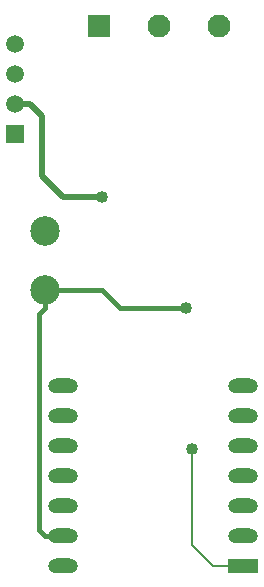
<source format=gbl>
G04*
G04 #@! TF.GenerationSoftware,Altium Limited,Altium Designer,19.1.8 (144)*
G04*
G04 Layer_Physical_Order=2*
G04 Layer_Color=16711680*
%FSLAX44Y44*%
%MOMM*%
G71*
G01*
G75*
%ADD14C,0.2032*%
%ADD46C,0.3810*%
%ADD47C,0.5080*%
%ADD50C,1.9500*%
%ADD51R,1.9500X1.9500*%
%ADD52O,2.5400X1.2700*%
%ADD53R,2.5400X1.2700*%
%ADD54R,1.5000X1.5000*%
%ADD55C,1.5000*%
%ADD56C,2.5000*%
%ADD57C,1.0160*%
D14*
X190500Y33020D02*
X208280Y15240D01*
X190500Y33020D02*
Y114300D01*
X208280Y15240D02*
X233680D01*
D46*
X129540Y233680D02*
X185166D01*
X114554Y248666D02*
X129540Y233680D01*
X66040Y248666D02*
X114554D01*
X66040Y40640D02*
X81280D01*
X60960Y45720D02*
X66040Y40640D01*
X60960Y45720D02*
Y228600D01*
X66040Y233680D01*
Y248666D01*
D47*
X81280Y327660D02*
X114300D01*
X63500Y345440D02*
X81280Y327660D01*
X63500Y345440D02*
Y396240D01*
X53340Y406400D02*
X63500Y396240D01*
X40640Y406400D02*
X53340D01*
D50*
X213360Y472440D02*
D03*
X162560D02*
D03*
D51*
X111760D02*
D03*
D52*
X81280Y167640D02*
D03*
Y142240D02*
D03*
Y116840D02*
D03*
Y91440D02*
D03*
Y66040D02*
D03*
Y40640D02*
D03*
Y15240D02*
D03*
X233680Y167640D02*
D03*
Y142240D02*
D03*
Y116840D02*
D03*
Y91440D02*
D03*
Y66040D02*
D03*
Y40640D02*
D03*
D53*
Y15240D02*
D03*
D54*
X40640Y381000D02*
D03*
D55*
Y406400D02*
D03*
Y431800D02*
D03*
Y457200D02*
D03*
D56*
X66040Y248666D02*
D03*
Y298666D02*
D03*
D57*
X190500Y114300D02*
D03*
X114300Y327660D02*
D03*
X185166Y233680D02*
D03*
M02*

</source>
